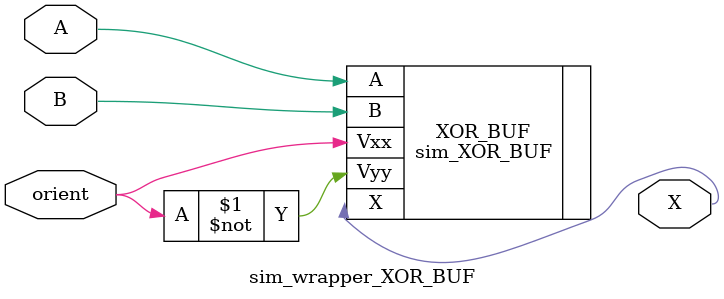
<source format=sv>
/*
 Isaiah Grace
 igrace@purdue.edu
 
 This module simulates the behavior of an XOR_BUF cell with driving buffers to power polymorphic gates
 */

module sim_wrapper_XOR_BUF (
			    input logic A, B, orient,
			    output logic X
			    );

   sim_XOR_BUF XOR_BUF (
			.A(A),
			.B(B),
			.Vxx(orient),
			.Vyy(~orient),
			.X(X)
			);
   
endmodule // sim_wrapper_XOR_BUF

</source>
